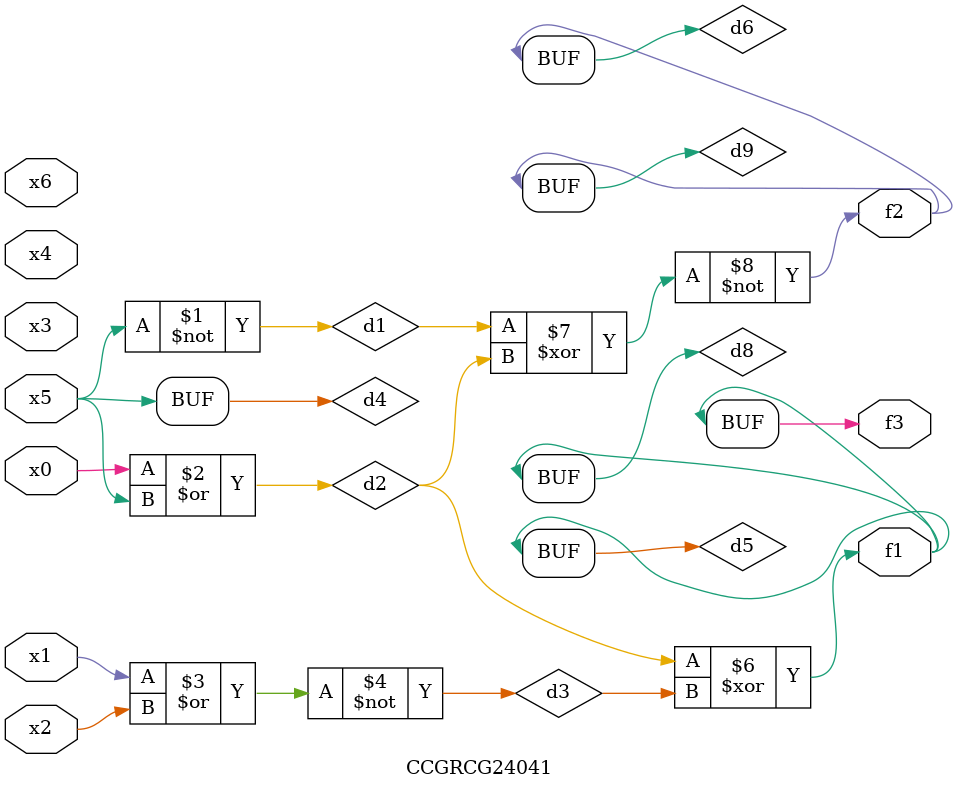
<source format=v>
module CCGRCG24041(
	input x0, x1, x2, x3, x4, x5, x6,
	output f1, f2, f3
);

	wire d1, d2, d3, d4, d5, d6, d7, d8, d9;

	nand (d1, x5);
	or (d2, x0, x5);
	nor (d3, x1, x2);
	xnor (d4, d1);
	xor (d5, d2, d3);
	xnor (d6, d1, d2);
	not (d7, x4);
	buf (d8, d5);
	xor (d9, d6);
	assign f1 = d8;
	assign f2 = d9;
	assign f3 = d8;
endmodule

</source>
